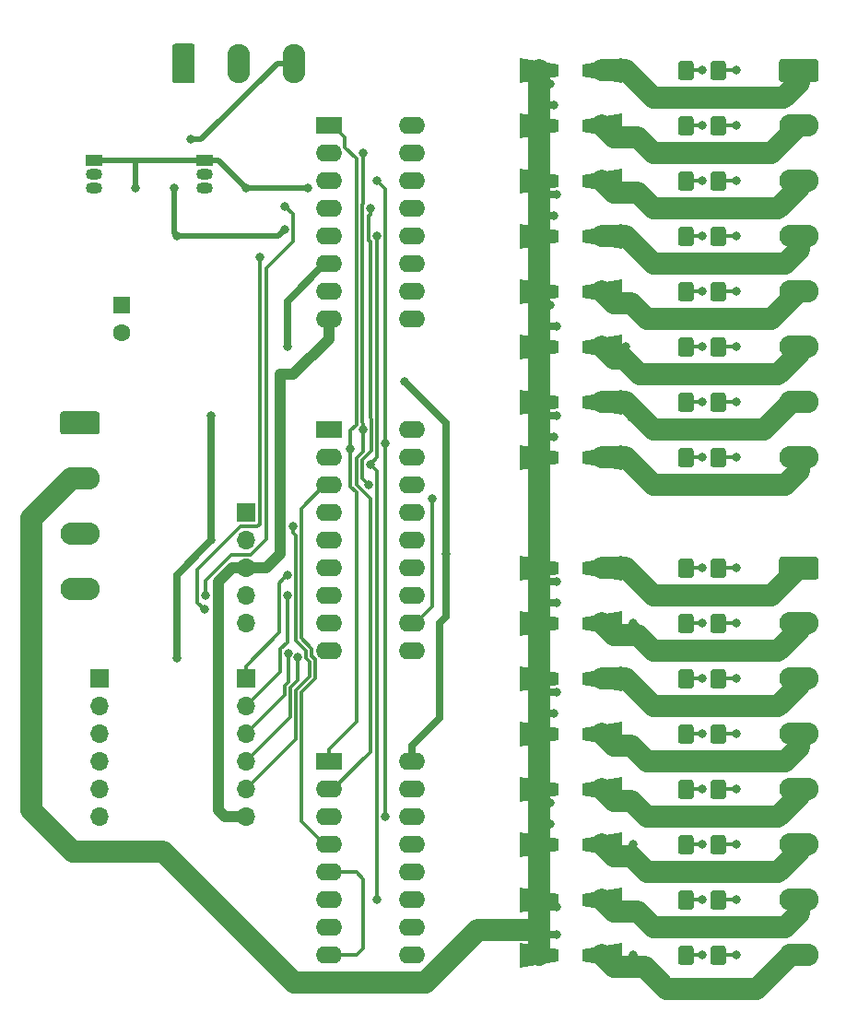
<source format=gbr>
G04 #@! TF.GenerationSoftware,KiCad,Pcbnew,(5.99.0-434-g6ad8b170c)*
G04 #@! TF.CreationDate,2019-12-07T15:10:00-08:00*
G04 #@! TF.ProjectId,R_Switch,525f5377-6974-4636-982e-6b696361645f,A*
G04 #@! TF.SameCoordinates,Original*
G04 #@! TF.FileFunction,Copper,L2,Bot*
G04 #@! TF.FilePolarity,Positive*
%FSLAX46Y46*%
G04 Gerber Fmt 4.6, Leading zero omitted, Abs format (unit mm)*
G04 Created by KiCad (PCBNEW (5.99.0-434-g6ad8b170c)) date 2019-12-07 15:10:00*
%MOMM*%
%LPD*%
G04 APERTURE LIST*
%ADD10R,1.500000X1.050000*%
%ADD11O,1.500000X1.050000*%
%ADD12O,2.080000X3.600000*%
%ADD13O,2.400000X1.600000*%
%ADD14R,2.400000X1.600000*%
%ADD15O,3.600000X2.080000*%
%ADD16O,1.700000X1.700000*%
%ADD17R,1.700000X1.700000*%
%ADD18C,1.600000*%
%ADD19R,1.600000X1.600000*%
%ADD20C,0.800000*%
%ADD21C,0.304800*%
%ADD22C,2.032000*%
%ADD23C,0.635000*%
%ADD24C,1.016000*%
%ADD25C,0.508000*%
G04 APERTURE END LIST*
D10*
X97155000Y-52070000D03*
D11*
X97155000Y-54610000D03*
X97155000Y-53340000D03*
D10*
X86995000Y-52070000D03*
D11*
X86995000Y-54610000D03*
X86995000Y-53340000D03*
D12*
X105410000Y-43180000D03*
X100330000Y-43180000D03*
G04 #@! TA.AperFunction,ComponentPad*
G36*
X96135671Y-41399030D02*
G01*
X96216777Y-41453223D01*
X96270970Y-41534329D01*
X96290000Y-41629999D01*
X96290000Y-44730001D01*
X96270970Y-44825671D01*
X96216777Y-44906777D01*
X96135671Y-44960970D01*
X96040001Y-44980000D01*
X94459999Y-44980000D01*
X94364329Y-44960970D01*
X94283223Y-44906777D01*
X94229030Y-44825671D01*
X94210000Y-44730001D01*
X94210000Y-41629999D01*
X94229030Y-41534329D01*
X94283223Y-41453223D01*
X94364329Y-41399030D01*
X94459999Y-41380000D01*
X96040001Y-41380000D01*
X96135671Y-41399030D01*
G37*
G04 #@! TD.AperFunction*
D13*
X116205000Y-107315000D03*
X108585000Y-125095000D03*
X116205000Y-109855000D03*
X108585000Y-122555000D03*
X116205000Y-112395000D03*
X108585000Y-120015000D03*
X116205000Y-114935000D03*
X108585000Y-117475000D03*
X116205000Y-117475000D03*
X108585000Y-114935000D03*
X116205000Y-120015000D03*
X108585000Y-112395000D03*
X116205000Y-122555000D03*
X108585000Y-109855000D03*
X116205000Y-125095000D03*
D14*
X108585000Y-107315000D03*
D13*
X116205000Y-48895000D03*
X108585000Y-66675000D03*
X116205000Y-51435000D03*
X108585000Y-64135000D03*
X116205000Y-53975000D03*
X108585000Y-61595000D03*
X116205000Y-56515000D03*
X108585000Y-59055000D03*
X116205000Y-59055000D03*
X108585000Y-56515000D03*
X116205000Y-61595000D03*
X108585000Y-53975000D03*
X116205000Y-64135000D03*
X108585000Y-51435000D03*
X116205000Y-66675000D03*
D14*
X108585000Y-48895000D03*
D13*
X116205000Y-76835000D03*
X108585000Y-97155000D03*
X116205000Y-79375000D03*
X108585000Y-94615000D03*
X116205000Y-81915000D03*
X108585000Y-92075000D03*
X116205000Y-84455000D03*
X108585000Y-89535000D03*
X116205000Y-86995000D03*
X108585000Y-86995000D03*
X116205000Y-89535000D03*
X108585000Y-84455000D03*
X116205000Y-92075000D03*
X108585000Y-81915000D03*
X116205000Y-94615000D03*
X108585000Y-79375000D03*
X116205000Y-97155000D03*
D14*
X108585000Y-76835000D03*
D15*
X151765000Y-79375000D03*
X151765000Y-74295000D03*
X151765000Y-69215000D03*
X151765000Y-64135000D03*
X151765000Y-59055000D03*
X151765000Y-53975000D03*
X151765000Y-48895000D03*
G04 #@! TA.AperFunction,ComponentPad*
G36*
X153410671Y-42794030D02*
G01*
X153491777Y-42848223D01*
X153545970Y-42929329D01*
X153565000Y-43024999D01*
X153565000Y-44605001D01*
X153545970Y-44700671D01*
X153491777Y-44781777D01*
X153410671Y-44835970D01*
X153315001Y-44855000D01*
X150214999Y-44855000D01*
X150119329Y-44835970D01*
X150038223Y-44781777D01*
X149984030Y-44700671D01*
X149965000Y-44605001D01*
X149965000Y-43024999D01*
X149984030Y-42929329D01*
X150038223Y-42848223D01*
X150119329Y-42794030D01*
X150214999Y-42775000D01*
X153315001Y-42775000D01*
X153410671Y-42794030D01*
G37*
G04 #@! TD.AperFunction*
X151765000Y-125095000D03*
X151765000Y-120015000D03*
X151765000Y-114935000D03*
X151765000Y-109855000D03*
X151765000Y-104775000D03*
X151765000Y-99695000D03*
X151765000Y-94615000D03*
G04 #@! TA.AperFunction,ComponentPad*
G36*
X153410671Y-88514030D02*
G01*
X153491777Y-88568223D01*
X153545970Y-88649329D01*
X153565000Y-88744999D01*
X153565000Y-90325001D01*
X153545970Y-90420671D01*
X153491777Y-90501777D01*
X153410671Y-90555970D01*
X153315001Y-90575000D01*
X150214999Y-90575000D01*
X150119329Y-90555970D01*
X150038223Y-90501777D01*
X149984030Y-90420671D01*
X149965000Y-90325001D01*
X149965000Y-88744999D01*
X149984030Y-88649329D01*
X150038223Y-88568223D01*
X150119329Y-88514030D01*
X150214999Y-88495000D01*
X153315001Y-88495000D01*
X153410671Y-88514030D01*
G37*
G04 #@! TD.AperFunction*
D16*
X100965000Y-94615000D03*
X100965000Y-92075000D03*
X100965000Y-89535000D03*
X100965000Y-86995000D03*
D17*
X100965000Y-84455000D03*
D16*
X87525225Y-112395000D03*
X87525225Y-109855000D03*
X87525225Y-107315000D03*
X87525225Y-104775000D03*
X87525225Y-102235000D03*
D17*
X87525225Y-99695000D03*
D16*
X100965000Y-112395000D03*
X100965000Y-109855000D03*
X100965000Y-107315000D03*
X100965000Y-104775000D03*
X100965000Y-102235000D03*
D17*
X100965000Y-99695000D03*
D15*
X85725000Y-91440000D03*
X85725000Y-86360000D03*
X85725000Y-81280000D03*
G04 #@! TA.AperFunction,ComponentPad*
G36*
X87370671Y-75179030D02*
G01*
X87451777Y-75233223D01*
X87505970Y-75314329D01*
X87525000Y-75409999D01*
X87525000Y-76990001D01*
X87505970Y-77085671D01*
X87451777Y-77166777D01*
X87370671Y-77220970D01*
X87275001Y-77240000D01*
X84174999Y-77240000D01*
X84079329Y-77220970D01*
X83998223Y-77166777D01*
X83944030Y-77085671D01*
X83925000Y-76990001D01*
X83925000Y-75409999D01*
X83944030Y-75314329D01*
X83998223Y-75233223D01*
X84079329Y-75179030D01*
X84174999Y-75160000D01*
X87275001Y-75160000D01*
X87370671Y-75179030D01*
G37*
G04 #@! TD.AperFunction*
G04 #@! TA.AperFunction,SMDPad,CuDef*
G36*
X126110000Y-80525000D02*
G01*
X126110000Y-78225000D01*
X129710000Y-78825000D01*
X129710000Y-79925000D01*
X126110000Y-80525000D01*
G37*
G04 #@! TD.AperFunction*
G04 #@! TA.AperFunction,SMDPad,CuDef*
G36*
X135510000Y-78225000D02*
G01*
X135510000Y-80525000D01*
X131910000Y-79925000D01*
X131910000Y-78825000D01*
X135510000Y-78225000D01*
G37*
G04 #@! TD.AperFunction*
G04 #@! TA.AperFunction,SMDPad,CuDef*
G36*
X126110000Y-75445000D02*
G01*
X126110000Y-73145000D01*
X129710000Y-73745000D01*
X129710000Y-74845000D01*
X126110000Y-75445000D01*
G37*
G04 #@! TD.AperFunction*
G04 #@! TA.AperFunction,SMDPad,CuDef*
G36*
X135510000Y-73145000D02*
G01*
X135510000Y-75445000D01*
X131910000Y-74845000D01*
X131910000Y-73745000D01*
X135510000Y-73145000D01*
G37*
G04 #@! TD.AperFunction*
G04 #@! TA.AperFunction,SMDPad,CuDef*
G36*
X126110000Y-70365000D02*
G01*
X126110000Y-68065000D01*
X129710000Y-68665000D01*
X129710000Y-69765000D01*
X126110000Y-70365000D01*
G37*
G04 #@! TD.AperFunction*
G04 #@! TA.AperFunction,SMDPad,CuDef*
G36*
X135510000Y-68065000D02*
G01*
X135510000Y-70365000D01*
X131910000Y-69765000D01*
X131910000Y-68665000D01*
X135510000Y-68065000D01*
G37*
G04 #@! TD.AperFunction*
G04 #@! TA.AperFunction,SMDPad,CuDef*
G36*
X126110000Y-65285000D02*
G01*
X126110000Y-62985000D01*
X129710000Y-63585000D01*
X129710000Y-64685000D01*
X126110000Y-65285000D01*
G37*
G04 #@! TD.AperFunction*
G04 #@! TA.AperFunction,SMDPad,CuDef*
G36*
X135510000Y-62985000D02*
G01*
X135510000Y-65285000D01*
X131910000Y-64685000D01*
X131910000Y-63585000D01*
X135510000Y-62985000D01*
G37*
G04 #@! TD.AperFunction*
G04 #@! TA.AperFunction,SMDPad,CuDef*
G36*
X126110000Y-60205000D02*
G01*
X126110000Y-57905000D01*
X129710000Y-58505000D01*
X129710000Y-59605000D01*
X126110000Y-60205000D01*
G37*
G04 #@! TD.AperFunction*
G04 #@! TA.AperFunction,SMDPad,CuDef*
G36*
X135510000Y-57905000D02*
G01*
X135510000Y-60205000D01*
X131910000Y-59605000D01*
X131910000Y-58505000D01*
X135510000Y-57905000D01*
G37*
G04 #@! TD.AperFunction*
G04 #@! TA.AperFunction,SMDPad,CuDef*
G36*
X126110000Y-55125000D02*
G01*
X126110000Y-52825000D01*
X129710000Y-53425000D01*
X129710000Y-54525000D01*
X126110000Y-55125000D01*
G37*
G04 #@! TD.AperFunction*
G04 #@! TA.AperFunction,SMDPad,CuDef*
G36*
X135510000Y-52825000D02*
G01*
X135510000Y-55125000D01*
X131910000Y-54525000D01*
X131910000Y-53425000D01*
X135510000Y-52825000D01*
G37*
G04 #@! TD.AperFunction*
G04 #@! TA.AperFunction,SMDPad,CuDef*
G36*
X126110000Y-50045000D02*
G01*
X126110000Y-47745000D01*
X129710000Y-48345000D01*
X129710000Y-49445000D01*
X126110000Y-50045000D01*
G37*
G04 #@! TD.AperFunction*
G04 #@! TA.AperFunction,SMDPad,CuDef*
G36*
X135510000Y-47745000D02*
G01*
X135510000Y-50045000D01*
X131910000Y-49445000D01*
X131910000Y-48345000D01*
X135510000Y-47745000D01*
G37*
G04 #@! TD.AperFunction*
G04 #@! TA.AperFunction,SMDPad,CuDef*
G36*
X126110000Y-44965000D02*
G01*
X126110000Y-42665000D01*
X129710000Y-43265000D01*
X129710000Y-44365000D01*
X126110000Y-44965000D01*
G37*
G04 #@! TD.AperFunction*
G04 #@! TA.AperFunction,SMDPad,CuDef*
G36*
X135510000Y-42665000D02*
G01*
X135510000Y-44965000D01*
X131910000Y-44365000D01*
X131910000Y-43265000D01*
X135510000Y-42665000D01*
G37*
G04 #@! TD.AperFunction*
G04 #@! TA.AperFunction,SMDPad,CuDef*
G36*
X141945671Y-78519030D02*
G01*
X142026777Y-78573223D01*
X142080970Y-78654329D01*
X142100000Y-78750000D01*
X142100000Y-80000000D01*
X142080970Y-80095671D01*
X142026777Y-80176777D01*
X141945671Y-80230970D01*
X141850000Y-80250000D01*
X140925000Y-80250000D01*
X140829329Y-80230970D01*
X140748223Y-80176777D01*
X140694030Y-80095671D01*
X140675000Y-80000000D01*
X140675000Y-78750000D01*
X140694030Y-78654329D01*
X140748223Y-78573223D01*
X140829329Y-78519030D01*
X140925000Y-78500000D01*
X141850000Y-78500000D01*
X141945671Y-78519030D01*
G37*
G04 #@! TD.AperFunction*
G04 #@! TA.AperFunction,SMDPad,CuDef*
G36*
X144920671Y-78519030D02*
G01*
X145001777Y-78573223D01*
X145055970Y-78654329D01*
X145075000Y-78750000D01*
X145075000Y-80000000D01*
X145055970Y-80095671D01*
X145001777Y-80176777D01*
X144920671Y-80230970D01*
X144825000Y-80250000D01*
X143900000Y-80250000D01*
X143804329Y-80230970D01*
X143723223Y-80176777D01*
X143669030Y-80095671D01*
X143650000Y-80000000D01*
X143650000Y-78750000D01*
X143669030Y-78654329D01*
X143723223Y-78573223D01*
X143804329Y-78519030D01*
X143900000Y-78500000D01*
X144825000Y-78500000D01*
X144920671Y-78519030D01*
G37*
G04 #@! TD.AperFunction*
G04 #@! TA.AperFunction,SMDPad,CuDef*
G36*
X141945671Y-73439030D02*
G01*
X142026777Y-73493223D01*
X142080970Y-73574329D01*
X142100000Y-73670000D01*
X142100000Y-74920000D01*
X142080970Y-75015671D01*
X142026777Y-75096777D01*
X141945671Y-75150970D01*
X141850000Y-75170000D01*
X140925000Y-75170000D01*
X140829329Y-75150970D01*
X140748223Y-75096777D01*
X140694030Y-75015671D01*
X140675000Y-74920000D01*
X140675000Y-73670000D01*
X140694030Y-73574329D01*
X140748223Y-73493223D01*
X140829329Y-73439030D01*
X140925000Y-73420000D01*
X141850000Y-73420000D01*
X141945671Y-73439030D01*
G37*
G04 #@! TD.AperFunction*
G04 #@! TA.AperFunction,SMDPad,CuDef*
G36*
X144920671Y-73439030D02*
G01*
X145001777Y-73493223D01*
X145055970Y-73574329D01*
X145075000Y-73670000D01*
X145075000Y-74920000D01*
X145055970Y-75015671D01*
X145001777Y-75096777D01*
X144920671Y-75150970D01*
X144825000Y-75170000D01*
X143900000Y-75170000D01*
X143804329Y-75150970D01*
X143723223Y-75096777D01*
X143669030Y-75015671D01*
X143650000Y-74920000D01*
X143650000Y-73670000D01*
X143669030Y-73574329D01*
X143723223Y-73493223D01*
X143804329Y-73439030D01*
X143900000Y-73420000D01*
X144825000Y-73420000D01*
X144920671Y-73439030D01*
G37*
G04 #@! TD.AperFunction*
G04 #@! TA.AperFunction,SMDPad,CuDef*
G36*
X141945671Y-68359030D02*
G01*
X142026777Y-68413223D01*
X142080970Y-68494329D01*
X142100000Y-68590000D01*
X142100000Y-69840000D01*
X142080970Y-69935671D01*
X142026777Y-70016777D01*
X141945671Y-70070970D01*
X141850000Y-70090000D01*
X140925000Y-70090000D01*
X140829329Y-70070970D01*
X140748223Y-70016777D01*
X140694030Y-69935671D01*
X140675000Y-69840000D01*
X140675000Y-68590000D01*
X140694030Y-68494329D01*
X140748223Y-68413223D01*
X140829329Y-68359030D01*
X140925000Y-68340000D01*
X141850000Y-68340000D01*
X141945671Y-68359030D01*
G37*
G04 #@! TD.AperFunction*
G04 #@! TA.AperFunction,SMDPad,CuDef*
G36*
X144920671Y-68359030D02*
G01*
X145001777Y-68413223D01*
X145055970Y-68494329D01*
X145075000Y-68590000D01*
X145075000Y-69840000D01*
X145055970Y-69935671D01*
X145001777Y-70016777D01*
X144920671Y-70070970D01*
X144825000Y-70090000D01*
X143900000Y-70090000D01*
X143804329Y-70070970D01*
X143723223Y-70016777D01*
X143669030Y-69935671D01*
X143650000Y-69840000D01*
X143650000Y-68590000D01*
X143669030Y-68494329D01*
X143723223Y-68413223D01*
X143804329Y-68359030D01*
X143900000Y-68340000D01*
X144825000Y-68340000D01*
X144920671Y-68359030D01*
G37*
G04 #@! TD.AperFunction*
G04 #@! TA.AperFunction,SMDPad,CuDef*
G36*
X141945671Y-63279030D02*
G01*
X142026777Y-63333223D01*
X142080970Y-63414329D01*
X142100000Y-63510000D01*
X142100000Y-64760000D01*
X142080970Y-64855671D01*
X142026777Y-64936777D01*
X141945671Y-64990970D01*
X141850000Y-65010000D01*
X140925000Y-65010000D01*
X140829329Y-64990970D01*
X140748223Y-64936777D01*
X140694030Y-64855671D01*
X140675000Y-64760000D01*
X140675000Y-63510000D01*
X140694030Y-63414329D01*
X140748223Y-63333223D01*
X140829329Y-63279030D01*
X140925000Y-63260000D01*
X141850000Y-63260000D01*
X141945671Y-63279030D01*
G37*
G04 #@! TD.AperFunction*
G04 #@! TA.AperFunction,SMDPad,CuDef*
G36*
X144920671Y-63279030D02*
G01*
X145001777Y-63333223D01*
X145055970Y-63414329D01*
X145075000Y-63510000D01*
X145075000Y-64760000D01*
X145055970Y-64855671D01*
X145001777Y-64936777D01*
X144920671Y-64990970D01*
X144825000Y-65010000D01*
X143900000Y-65010000D01*
X143804329Y-64990970D01*
X143723223Y-64936777D01*
X143669030Y-64855671D01*
X143650000Y-64760000D01*
X143650000Y-63510000D01*
X143669030Y-63414329D01*
X143723223Y-63333223D01*
X143804329Y-63279030D01*
X143900000Y-63260000D01*
X144825000Y-63260000D01*
X144920671Y-63279030D01*
G37*
G04 #@! TD.AperFunction*
G04 #@! TA.AperFunction,SMDPad,CuDef*
G36*
X141945671Y-58199030D02*
G01*
X142026777Y-58253223D01*
X142080970Y-58334329D01*
X142100000Y-58430000D01*
X142100000Y-59680000D01*
X142080970Y-59775671D01*
X142026777Y-59856777D01*
X141945671Y-59910970D01*
X141850000Y-59930000D01*
X140925000Y-59930000D01*
X140829329Y-59910970D01*
X140748223Y-59856777D01*
X140694030Y-59775671D01*
X140675000Y-59680000D01*
X140675000Y-58430000D01*
X140694030Y-58334329D01*
X140748223Y-58253223D01*
X140829329Y-58199030D01*
X140925000Y-58180000D01*
X141850000Y-58180000D01*
X141945671Y-58199030D01*
G37*
G04 #@! TD.AperFunction*
G04 #@! TA.AperFunction,SMDPad,CuDef*
G36*
X144920671Y-58199030D02*
G01*
X145001777Y-58253223D01*
X145055970Y-58334329D01*
X145075000Y-58430000D01*
X145075000Y-59680000D01*
X145055970Y-59775671D01*
X145001777Y-59856777D01*
X144920671Y-59910970D01*
X144825000Y-59930000D01*
X143900000Y-59930000D01*
X143804329Y-59910970D01*
X143723223Y-59856777D01*
X143669030Y-59775671D01*
X143650000Y-59680000D01*
X143650000Y-58430000D01*
X143669030Y-58334329D01*
X143723223Y-58253223D01*
X143804329Y-58199030D01*
X143900000Y-58180000D01*
X144825000Y-58180000D01*
X144920671Y-58199030D01*
G37*
G04 #@! TD.AperFunction*
G04 #@! TA.AperFunction,SMDPad,CuDef*
G36*
X141945671Y-53119030D02*
G01*
X142026777Y-53173223D01*
X142080970Y-53254329D01*
X142100000Y-53350000D01*
X142100000Y-54600000D01*
X142080970Y-54695671D01*
X142026777Y-54776777D01*
X141945671Y-54830970D01*
X141850000Y-54850000D01*
X140925000Y-54850000D01*
X140829329Y-54830970D01*
X140748223Y-54776777D01*
X140694030Y-54695671D01*
X140675000Y-54600000D01*
X140675000Y-53350000D01*
X140694030Y-53254329D01*
X140748223Y-53173223D01*
X140829329Y-53119030D01*
X140925000Y-53100000D01*
X141850000Y-53100000D01*
X141945671Y-53119030D01*
G37*
G04 #@! TD.AperFunction*
G04 #@! TA.AperFunction,SMDPad,CuDef*
G36*
X144920671Y-53119030D02*
G01*
X145001777Y-53173223D01*
X145055970Y-53254329D01*
X145075000Y-53350000D01*
X145075000Y-54600000D01*
X145055970Y-54695671D01*
X145001777Y-54776777D01*
X144920671Y-54830970D01*
X144825000Y-54850000D01*
X143900000Y-54850000D01*
X143804329Y-54830970D01*
X143723223Y-54776777D01*
X143669030Y-54695671D01*
X143650000Y-54600000D01*
X143650000Y-53350000D01*
X143669030Y-53254329D01*
X143723223Y-53173223D01*
X143804329Y-53119030D01*
X143900000Y-53100000D01*
X144825000Y-53100000D01*
X144920671Y-53119030D01*
G37*
G04 #@! TD.AperFunction*
G04 #@! TA.AperFunction,SMDPad,CuDef*
G36*
X141945671Y-48039030D02*
G01*
X142026777Y-48093223D01*
X142080970Y-48174329D01*
X142100000Y-48270000D01*
X142100000Y-49520000D01*
X142080970Y-49615671D01*
X142026777Y-49696777D01*
X141945671Y-49750970D01*
X141850000Y-49770000D01*
X140925000Y-49770000D01*
X140829329Y-49750970D01*
X140748223Y-49696777D01*
X140694030Y-49615671D01*
X140675000Y-49520000D01*
X140675000Y-48270000D01*
X140694030Y-48174329D01*
X140748223Y-48093223D01*
X140829329Y-48039030D01*
X140925000Y-48020000D01*
X141850000Y-48020000D01*
X141945671Y-48039030D01*
G37*
G04 #@! TD.AperFunction*
G04 #@! TA.AperFunction,SMDPad,CuDef*
G36*
X144920671Y-48039030D02*
G01*
X145001777Y-48093223D01*
X145055970Y-48174329D01*
X145075000Y-48270000D01*
X145075000Y-49520000D01*
X145055970Y-49615671D01*
X145001777Y-49696777D01*
X144920671Y-49750970D01*
X144825000Y-49770000D01*
X143900000Y-49770000D01*
X143804329Y-49750970D01*
X143723223Y-49696777D01*
X143669030Y-49615671D01*
X143650000Y-49520000D01*
X143650000Y-48270000D01*
X143669030Y-48174329D01*
X143723223Y-48093223D01*
X143804329Y-48039030D01*
X143900000Y-48020000D01*
X144825000Y-48020000D01*
X144920671Y-48039030D01*
G37*
G04 #@! TD.AperFunction*
G04 #@! TA.AperFunction,SMDPad,CuDef*
G36*
X141945671Y-42959030D02*
G01*
X142026777Y-43013223D01*
X142080970Y-43094329D01*
X142100000Y-43190000D01*
X142100000Y-44440000D01*
X142080970Y-44535671D01*
X142026777Y-44616777D01*
X141945671Y-44670970D01*
X141850000Y-44690000D01*
X140925000Y-44690000D01*
X140829329Y-44670970D01*
X140748223Y-44616777D01*
X140694030Y-44535671D01*
X140675000Y-44440000D01*
X140675000Y-43190000D01*
X140694030Y-43094329D01*
X140748223Y-43013223D01*
X140829329Y-42959030D01*
X140925000Y-42940000D01*
X141850000Y-42940000D01*
X141945671Y-42959030D01*
G37*
G04 #@! TD.AperFunction*
G04 #@! TA.AperFunction,SMDPad,CuDef*
G36*
X144920671Y-42959030D02*
G01*
X145001777Y-43013223D01*
X145055970Y-43094329D01*
X145075000Y-43190000D01*
X145075000Y-44440000D01*
X145055970Y-44535671D01*
X145001777Y-44616777D01*
X144920671Y-44670970D01*
X144825000Y-44690000D01*
X143900000Y-44690000D01*
X143804329Y-44670970D01*
X143723223Y-44616777D01*
X143669030Y-44535671D01*
X143650000Y-44440000D01*
X143650000Y-43190000D01*
X143669030Y-43094329D01*
X143723223Y-43013223D01*
X143804329Y-42959030D01*
X143900000Y-42940000D01*
X144825000Y-42940000D01*
X144920671Y-42959030D01*
G37*
G04 #@! TD.AperFunction*
G04 #@! TA.AperFunction,SMDPad,CuDef*
G36*
X126110000Y-126245000D02*
G01*
X126110000Y-123945000D01*
X129710000Y-124545000D01*
X129710000Y-125645000D01*
X126110000Y-126245000D01*
G37*
G04 #@! TD.AperFunction*
G04 #@! TA.AperFunction,SMDPad,CuDef*
G36*
X135510000Y-123945000D02*
G01*
X135510000Y-126245000D01*
X131910000Y-125645000D01*
X131910000Y-124545000D01*
X135510000Y-123945000D01*
G37*
G04 #@! TD.AperFunction*
G04 #@! TA.AperFunction,SMDPad,CuDef*
G36*
X126110000Y-121165000D02*
G01*
X126110000Y-118865000D01*
X129710000Y-119465000D01*
X129710000Y-120565000D01*
X126110000Y-121165000D01*
G37*
G04 #@! TD.AperFunction*
G04 #@! TA.AperFunction,SMDPad,CuDef*
G36*
X135510000Y-118865000D02*
G01*
X135510000Y-121165000D01*
X131910000Y-120565000D01*
X131910000Y-119465000D01*
X135510000Y-118865000D01*
G37*
G04 #@! TD.AperFunction*
G04 #@! TA.AperFunction,SMDPad,CuDef*
G36*
X126110000Y-116085000D02*
G01*
X126110000Y-113785000D01*
X129710000Y-114385000D01*
X129710000Y-115485000D01*
X126110000Y-116085000D01*
G37*
G04 #@! TD.AperFunction*
G04 #@! TA.AperFunction,SMDPad,CuDef*
G36*
X135510000Y-113785000D02*
G01*
X135510000Y-116085000D01*
X131910000Y-115485000D01*
X131910000Y-114385000D01*
X135510000Y-113785000D01*
G37*
G04 #@! TD.AperFunction*
G04 #@! TA.AperFunction,SMDPad,CuDef*
G36*
X126110000Y-111005000D02*
G01*
X126110000Y-108705000D01*
X129710000Y-109305000D01*
X129710000Y-110405000D01*
X126110000Y-111005000D01*
G37*
G04 #@! TD.AperFunction*
G04 #@! TA.AperFunction,SMDPad,CuDef*
G36*
X135510000Y-108705000D02*
G01*
X135510000Y-111005000D01*
X131910000Y-110405000D01*
X131910000Y-109305000D01*
X135510000Y-108705000D01*
G37*
G04 #@! TD.AperFunction*
G04 #@! TA.AperFunction,SMDPad,CuDef*
G36*
X126110000Y-105925000D02*
G01*
X126110000Y-103625000D01*
X129710000Y-104225000D01*
X129710000Y-105325000D01*
X126110000Y-105925000D01*
G37*
G04 #@! TD.AperFunction*
G04 #@! TA.AperFunction,SMDPad,CuDef*
G36*
X135510000Y-103625000D02*
G01*
X135510000Y-105925000D01*
X131910000Y-105325000D01*
X131910000Y-104225000D01*
X135510000Y-103625000D01*
G37*
G04 #@! TD.AperFunction*
G04 #@! TA.AperFunction,SMDPad,CuDef*
G36*
X126110000Y-100845000D02*
G01*
X126110000Y-98545000D01*
X129710000Y-99145000D01*
X129710000Y-100245000D01*
X126110000Y-100845000D01*
G37*
G04 #@! TD.AperFunction*
G04 #@! TA.AperFunction,SMDPad,CuDef*
G36*
X135510000Y-98545000D02*
G01*
X135510000Y-100845000D01*
X131910000Y-100245000D01*
X131910000Y-99145000D01*
X135510000Y-98545000D01*
G37*
G04 #@! TD.AperFunction*
G04 #@! TA.AperFunction,SMDPad,CuDef*
G36*
X126110000Y-95765000D02*
G01*
X126110000Y-93465000D01*
X129710000Y-94065000D01*
X129710000Y-95165000D01*
X126110000Y-95765000D01*
G37*
G04 #@! TD.AperFunction*
G04 #@! TA.AperFunction,SMDPad,CuDef*
G36*
X135510000Y-93465000D02*
G01*
X135510000Y-95765000D01*
X131910000Y-95165000D01*
X131910000Y-94065000D01*
X135510000Y-93465000D01*
G37*
G04 #@! TD.AperFunction*
G04 #@! TA.AperFunction,SMDPad,CuDef*
G36*
X126110000Y-90685000D02*
G01*
X126110000Y-88385000D01*
X129710000Y-88985000D01*
X129710000Y-90085000D01*
X126110000Y-90685000D01*
G37*
G04 #@! TD.AperFunction*
G04 #@! TA.AperFunction,SMDPad,CuDef*
G36*
X135510000Y-88385000D02*
G01*
X135510000Y-90685000D01*
X131910000Y-90085000D01*
X131910000Y-88985000D01*
X135510000Y-88385000D01*
G37*
G04 #@! TD.AperFunction*
G04 #@! TA.AperFunction,SMDPad,CuDef*
G36*
X141945671Y-124239030D02*
G01*
X142026777Y-124293223D01*
X142080970Y-124374329D01*
X142100000Y-124470000D01*
X142100000Y-125720000D01*
X142080970Y-125815671D01*
X142026777Y-125896777D01*
X141945671Y-125950970D01*
X141850000Y-125970000D01*
X140925000Y-125970000D01*
X140829329Y-125950970D01*
X140748223Y-125896777D01*
X140694030Y-125815671D01*
X140675000Y-125720000D01*
X140675000Y-124470000D01*
X140694030Y-124374329D01*
X140748223Y-124293223D01*
X140829329Y-124239030D01*
X140925000Y-124220000D01*
X141850000Y-124220000D01*
X141945671Y-124239030D01*
G37*
G04 #@! TD.AperFunction*
G04 #@! TA.AperFunction,SMDPad,CuDef*
G36*
X144920671Y-124239030D02*
G01*
X145001777Y-124293223D01*
X145055970Y-124374329D01*
X145075000Y-124470000D01*
X145075000Y-125720000D01*
X145055970Y-125815671D01*
X145001777Y-125896777D01*
X144920671Y-125950970D01*
X144825000Y-125970000D01*
X143900000Y-125970000D01*
X143804329Y-125950970D01*
X143723223Y-125896777D01*
X143669030Y-125815671D01*
X143650000Y-125720000D01*
X143650000Y-124470000D01*
X143669030Y-124374329D01*
X143723223Y-124293223D01*
X143804329Y-124239030D01*
X143900000Y-124220000D01*
X144825000Y-124220000D01*
X144920671Y-124239030D01*
G37*
G04 #@! TD.AperFunction*
G04 #@! TA.AperFunction,SMDPad,CuDef*
G36*
X141945671Y-119159030D02*
G01*
X142026777Y-119213223D01*
X142080970Y-119294329D01*
X142100000Y-119390000D01*
X142100000Y-120640000D01*
X142080970Y-120735671D01*
X142026777Y-120816777D01*
X141945671Y-120870970D01*
X141850000Y-120890000D01*
X140925000Y-120890000D01*
X140829329Y-120870970D01*
X140748223Y-120816777D01*
X140694030Y-120735671D01*
X140675000Y-120640000D01*
X140675000Y-119390000D01*
X140694030Y-119294329D01*
X140748223Y-119213223D01*
X140829329Y-119159030D01*
X140925000Y-119140000D01*
X141850000Y-119140000D01*
X141945671Y-119159030D01*
G37*
G04 #@! TD.AperFunction*
G04 #@! TA.AperFunction,SMDPad,CuDef*
G36*
X144920671Y-119159030D02*
G01*
X145001777Y-119213223D01*
X145055970Y-119294329D01*
X145075000Y-119390000D01*
X145075000Y-120640000D01*
X145055970Y-120735671D01*
X145001777Y-120816777D01*
X144920671Y-120870970D01*
X144825000Y-120890000D01*
X143900000Y-120890000D01*
X143804329Y-120870970D01*
X143723223Y-120816777D01*
X143669030Y-120735671D01*
X143650000Y-120640000D01*
X143650000Y-119390000D01*
X143669030Y-119294329D01*
X143723223Y-119213223D01*
X143804329Y-119159030D01*
X143900000Y-119140000D01*
X144825000Y-119140000D01*
X144920671Y-119159030D01*
G37*
G04 #@! TD.AperFunction*
G04 #@! TA.AperFunction,SMDPad,CuDef*
G36*
X141945671Y-114079030D02*
G01*
X142026777Y-114133223D01*
X142080970Y-114214329D01*
X142100000Y-114310000D01*
X142100000Y-115560000D01*
X142080970Y-115655671D01*
X142026777Y-115736777D01*
X141945671Y-115790970D01*
X141850000Y-115810000D01*
X140925000Y-115810000D01*
X140829329Y-115790970D01*
X140748223Y-115736777D01*
X140694030Y-115655671D01*
X140675000Y-115560000D01*
X140675000Y-114310000D01*
X140694030Y-114214329D01*
X140748223Y-114133223D01*
X140829329Y-114079030D01*
X140925000Y-114060000D01*
X141850000Y-114060000D01*
X141945671Y-114079030D01*
G37*
G04 #@! TD.AperFunction*
G04 #@! TA.AperFunction,SMDPad,CuDef*
G36*
X144920671Y-114079030D02*
G01*
X145001777Y-114133223D01*
X145055970Y-114214329D01*
X145075000Y-114310000D01*
X145075000Y-115560000D01*
X145055970Y-115655671D01*
X145001777Y-115736777D01*
X144920671Y-115790970D01*
X144825000Y-115810000D01*
X143900000Y-115810000D01*
X143804329Y-115790970D01*
X143723223Y-115736777D01*
X143669030Y-115655671D01*
X143650000Y-115560000D01*
X143650000Y-114310000D01*
X143669030Y-114214329D01*
X143723223Y-114133223D01*
X143804329Y-114079030D01*
X143900000Y-114060000D01*
X144825000Y-114060000D01*
X144920671Y-114079030D01*
G37*
G04 #@! TD.AperFunction*
G04 #@! TA.AperFunction,SMDPad,CuDef*
G36*
X141945671Y-108999030D02*
G01*
X142026777Y-109053223D01*
X142080970Y-109134329D01*
X142100000Y-109230000D01*
X142100000Y-110480000D01*
X142080970Y-110575671D01*
X142026777Y-110656777D01*
X141945671Y-110710970D01*
X141850000Y-110730000D01*
X140925000Y-110730000D01*
X140829329Y-110710970D01*
X140748223Y-110656777D01*
X140694030Y-110575671D01*
X140675000Y-110480000D01*
X140675000Y-109230000D01*
X140694030Y-109134329D01*
X140748223Y-109053223D01*
X140829329Y-108999030D01*
X140925000Y-108980000D01*
X141850000Y-108980000D01*
X141945671Y-108999030D01*
G37*
G04 #@! TD.AperFunction*
G04 #@! TA.AperFunction,SMDPad,CuDef*
G36*
X144920671Y-108999030D02*
G01*
X145001777Y-109053223D01*
X145055970Y-109134329D01*
X145075000Y-109230000D01*
X145075000Y-110480000D01*
X145055970Y-110575671D01*
X145001777Y-110656777D01*
X144920671Y-110710970D01*
X144825000Y-110730000D01*
X143900000Y-110730000D01*
X143804329Y-110710970D01*
X143723223Y-110656777D01*
X143669030Y-110575671D01*
X143650000Y-110480000D01*
X143650000Y-109230000D01*
X143669030Y-109134329D01*
X143723223Y-109053223D01*
X143804329Y-108999030D01*
X143900000Y-108980000D01*
X144825000Y-108980000D01*
X144920671Y-108999030D01*
G37*
G04 #@! TD.AperFunction*
G04 #@! TA.AperFunction,SMDPad,CuDef*
G36*
X141945671Y-103919030D02*
G01*
X142026777Y-103973223D01*
X142080970Y-104054329D01*
X142100000Y-104150000D01*
X142100000Y-105400000D01*
X142080970Y-105495671D01*
X142026777Y-105576777D01*
X141945671Y-105630970D01*
X141850000Y-105650000D01*
X140925000Y-105650000D01*
X140829329Y-105630970D01*
X140748223Y-105576777D01*
X140694030Y-105495671D01*
X140675000Y-105400000D01*
X140675000Y-104150000D01*
X140694030Y-104054329D01*
X140748223Y-103973223D01*
X140829329Y-103919030D01*
X140925000Y-103900000D01*
X141850000Y-103900000D01*
X141945671Y-103919030D01*
G37*
G04 #@! TD.AperFunction*
G04 #@! TA.AperFunction,SMDPad,CuDef*
G36*
X144920671Y-103919030D02*
G01*
X145001777Y-103973223D01*
X145055970Y-104054329D01*
X145075000Y-104150000D01*
X145075000Y-105400000D01*
X145055970Y-105495671D01*
X145001777Y-105576777D01*
X144920671Y-105630970D01*
X144825000Y-105650000D01*
X143900000Y-105650000D01*
X143804329Y-105630970D01*
X143723223Y-105576777D01*
X143669030Y-105495671D01*
X143650000Y-105400000D01*
X143650000Y-104150000D01*
X143669030Y-104054329D01*
X143723223Y-103973223D01*
X143804329Y-103919030D01*
X143900000Y-103900000D01*
X144825000Y-103900000D01*
X144920671Y-103919030D01*
G37*
G04 #@! TD.AperFunction*
G04 #@! TA.AperFunction,SMDPad,CuDef*
G36*
X141945671Y-98839030D02*
G01*
X142026777Y-98893223D01*
X142080970Y-98974329D01*
X142100000Y-99070000D01*
X142100000Y-100320000D01*
X142080970Y-100415671D01*
X142026777Y-100496777D01*
X141945671Y-100550970D01*
X141850000Y-100570000D01*
X140925000Y-100570000D01*
X140829329Y-100550970D01*
X140748223Y-100496777D01*
X140694030Y-100415671D01*
X140675000Y-100320000D01*
X140675000Y-99070000D01*
X140694030Y-98974329D01*
X140748223Y-98893223D01*
X140829329Y-98839030D01*
X140925000Y-98820000D01*
X141850000Y-98820000D01*
X141945671Y-98839030D01*
G37*
G04 #@! TD.AperFunction*
G04 #@! TA.AperFunction,SMDPad,CuDef*
G36*
X144920671Y-98839030D02*
G01*
X145001777Y-98893223D01*
X145055970Y-98974329D01*
X145075000Y-99070000D01*
X145075000Y-100320000D01*
X145055970Y-100415671D01*
X145001777Y-100496777D01*
X144920671Y-100550970D01*
X144825000Y-100570000D01*
X143900000Y-100570000D01*
X143804329Y-100550970D01*
X143723223Y-100496777D01*
X143669030Y-100415671D01*
X143650000Y-100320000D01*
X143650000Y-99070000D01*
X143669030Y-98974329D01*
X143723223Y-98893223D01*
X143804329Y-98839030D01*
X143900000Y-98820000D01*
X144825000Y-98820000D01*
X144920671Y-98839030D01*
G37*
G04 #@! TD.AperFunction*
G04 #@! TA.AperFunction,SMDPad,CuDef*
G36*
X141945671Y-93759030D02*
G01*
X142026777Y-93813223D01*
X142080970Y-93894329D01*
X142100000Y-93990000D01*
X142100000Y-95240000D01*
X142080970Y-95335671D01*
X142026777Y-95416777D01*
X141945671Y-95470970D01*
X141850000Y-95490000D01*
X140925000Y-95490000D01*
X140829329Y-95470970D01*
X140748223Y-95416777D01*
X140694030Y-95335671D01*
X140675000Y-95240000D01*
X140675000Y-93990000D01*
X140694030Y-93894329D01*
X140748223Y-93813223D01*
X140829329Y-93759030D01*
X140925000Y-93740000D01*
X141850000Y-93740000D01*
X141945671Y-93759030D01*
G37*
G04 #@! TD.AperFunction*
G04 #@! TA.AperFunction,SMDPad,CuDef*
G36*
X144920671Y-93759030D02*
G01*
X145001777Y-93813223D01*
X145055970Y-93894329D01*
X145075000Y-93990000D01*
X145075000Y-95240000D01*
X145055970Y-95335671D01*
X145001777Y-95416777D01*
X144920671Y-95470970D01*
X144825000Y-95490000D01*
X143900000Y-95490000D01*
X143804329Y-95470970D01*
X143723223Y-95416777D01*
X143669030Y-95335671D01*
X143650000Y-95240000D01*
X143650000Y-93990000D01*
X143669030Y-93894329D01*
X143723223Y-93813223D01*
X143804329Y-93759030D01*
X143900000Y-93740000D01*
X144825000Y-93740000D01*
X144920671Y-93759030D01*
G37*
G04 #@! TD.AperFunction*
G04 #@! TA.AperFunction,SMDPad,CuDef*
G36*
X141945671Y-88679030D02*
G01*
X142026777Y-88733223D01*
X142080970Y-88814329D01*
X142100000Y-88910000D01*
X142100000Y-90160000D01*
X142080970Y-90255671D01*
X142026777Y-90336777D01*
X141945671Y-90390970D01*
X141850000Y-90410000D01*
X140925000Y-90410000D01*
X140829329Y-90390970D01*
X140748223Y-90336777D01*
X140694030Y-90255671D01*
X140675000Y-90160000D01*
X140675000Y-88910000D01*
X140694030Y-88814329D01*
X140748223Y-88733223D01*
X140829329Y-88679030D01*
X140925000Y-88660000D01*
X141850000Y-88660000D01*
X141945671Y-88679030D01*
G37*
G04 #@! TD.AperFunction*
G04 #@! TA.AperFunction,SMDPad,CuDef*
G36*
X144920671Y-88679030D02*
G01*
X145001777Y-88733223D01*
X145055970Y-88814329D01*
X145075000Y-88910000D01*
X145075000Y-90160000D01*
X145055970Y-90255671D01*
X145001777Y-90336777D01*
X144920671Y-90390970D01*
X144825000Y-90410000D01*
X143900000Y-90410000D01*
X143804329Y-90390970D01*
X143723223Y-90336777D01*
X143669030Y-90255671D01*
X143650000Y-90160000D01*
X143650000Y-88910000D01*
X143669030Y-88814329D01*
X143723223Y-88733223D01*
X143804329Y-88679030D01*
X143900000Y-88660000D01*
X144825000Y-88660000D01*
X144920671Y-88679030D01*
G37*
G04 #@! TD.AperFunction*
D18*
X89535000Y-67905000D03*
D19*
X89535000Y-65405000D03*
D20*
X104858579Y-97362290D03*
X105775355Y-97761721D03*
X129540000Y-123190000D03*
X129540000Y-120650000D03*
X128905000Y-113030000D03*
X128905000Y-111125000D03*
X129295000Y-102870000D03*
X129540000Y-100965000D03*
X129540000Y-92710000D03*
X129540000Y-90805000D03*
X129295000Y-77470000D03*
X129540000Y-75565000D03*
X129540000Y-67310000D03*
X128905000Y-65405000D03*
X129295000Y-57150000D03*
X129540000Y-55245000D03*
X129295000Y-46990000D03*
X128905000Y-45085000D03*
X119380000Y-88265000D03*
X94615000Y-97790000D03*
X97790000Y-86995000D03*
X97790000Y-75565000D03*
X104775000Y-69215000D03*
X115570000Y-72390000D03*
X146050000Y-89535000D03*
X142875000Y-89535000D03*
X146050000Y-94615000D03*
X142875000Y-94615000D03*
X146050000Y-99695000D03*
X142875000Y-99695000D03*
X146050000Y-104775000D03*
X142875000Y-104775000D03*
X146050000Y-109855000D03*
X142875000Y-109855000D03*
X146050000Y-114935000D03*
X142875000Y-114935000D03*
X146050000Y-120015000D03*
X142875000Y-120015000D03*
X146050000Y-125095000D03*
X142875000Y-125095000D03*
X136460000Y-90740000D03*
X136525000Y-94615000D03*
X136460000Y-100900000D03*
X136345710Y-105865710D03*
X136460000Y-111190000D03*
X136525000Y-114935000D03*
X136460000Y-121220000D03*
X136525000Y-125095000D03*
X146050000Y-43815000D03*
X142875000Y-43815000D03*
X146050000Y-48895000D03*
X142875000Y-48895000D03*
X146050000Y-53975000D03*
X142875000Y-53975000D03*
X146050000Y-59055000D03*
X142875000Y-59055000D03*
X146050000Y-64135000D03*
X142875000Y-64135000D03*
X146050000Y-69215000D03*
X142875000Y-69215000D03*
X146050000Y-74295000D03*
X142875000Y-74295000D03*
X146050000Y-79375000D03*
X142875000Y-79375000D03*
X136395000Y-44955000D03*
X136980710Y-49985710D03*
X136460000Y-55180000D03*
X135890000Y-59055000D03*
X136460000Y-65340000D03*
X135890000Y-69215000D03*
X136395000Y-75695000D03*
X135890000Y-79375000D03*
X105292590Y-85725000D03*
X104775000Y-92075000D03*
X104775000Y-90170000D03*
X111760000Y-51435000D03*
X111772779Y-76835000D03*
X110575984Y-78622590D03*
X112395000Y-56515000D03*
X112277590Y-81915000D03*
X113030000Y-59055000D03*
X112395000Y-80010000D03*
X113030000Y-120015000D03*
X113030000Y-53975000D03*
X113782410Y-78105000D03*
X113782410Y-112395000D03*
X118110000Y-83185000D03*
X90805000Y-54610000D03*
X100965000Y-54610000D03*
X94364757Y-54640649D03*
X94615000Y-59055000D03*
X106680000Y-54610000D03*
X95885000Y-50165000D03*
X104524757Y-58450649D03*
X104580000Y-56320000D03*
X97155000Y-93345000D03*
X97272410Y-92075000D03*
X102235000Y-60960000D03*
D21*
X105035380Y-100546800D02*
X105648590Y-99933590D01*
X105648590Y-99933590D02*
X105775355Y-99806825D01*
X105775355Y-99806825D02*
X105775355Y-97761721D01*
X105775355Y-99502355D02*
X105775355Y-97761721D01*
X105540189Y-86538284D02*
X105292590Y-86290685D01*
X106797401Y-99498689D02*
X106797401Y-98111064D01*
X105540190Y-100755900D02*
X106797401Y-99498689D01*
X107302212Y-99707788D02*
X107302212Y-97901965D01*
X107032590Y-97632343D02*
X107032590Y-96950126D01*
X105540189Y-96171635D02*
X105540189Y-86538284D01*
X108585000Y-114935000D02*
X108185000Y-114935000D01*
X106045000Y-95962536D02*
X106045000Y-84055000D01*
X108185000Y-81915000D02*
X108585000Y-81915000D01*
X105540189Y-105279811D02*
X105540190Y-100755900D01*
X104106177Y-99093823D02*
X104106177Y-97001152D01*
X106045000Y-100965000D02*
X107302212Y-99707788D01*
X106045000Y-84055000D02*
X108185000Y-81915000D01*
X106045000Y-112795000D02*
X106045000Y-100965000D01*
X104858579Y-97927975D02*
X104858579Y-97362290D01*
X104530569Y-101209431D02*
X104530570Y-100337700D01*
X108185000Y-114935000D02*
X106045000Y-112795000D01*
X107302212Y-97901965D02*
X107032590Y-97632343D01*
X100965000Y-104775000D02*
X104530569Y-101209431D01*
X106797401Y-98111064D02*
X106527779Y-97841442D01*
X100965000Y-102235000D02*
X104106177Y-99093823D01*
X104775000Y-92640685D02*
X104775000Y-92075000D01*
X104106177Y-97001152D02*
X104775000Y-96332329D01*
X104775000Y-96332329D02*
X104775000Y-92640685D01*
X106527779Y-97841442D02*
X106527779Y-97159226D01*
X100965000Y-109855000D02*
X105540189Y-105279811D01*
X104858579Y-100009691D02*
X104858579Y-97927975D01*
X104530570Y-100337700D02*
X104858579Y-100009691D01*
X105292590Y-86290685D02*
X105292590Y-85725000D01*
X106527779Y-97159226D02*
X105540189Y-96171635D01*
X107032590Y-96950126D02*
X106045000Y-95962536D01*
D22*
X127910000Y-120015000D02*
X127910000Y-114935000D01*
X127910000Y-109855000D02*
X127910000Y-104775000D01*
X127910000Y-99695000D02*
X127910000Y-94615000D01*
X127910000Y-74295000D02*
X127910000Y-69215000D01*
X127910000Y-64135000D02*
X127910000Y-59055000D01*
X127910000Y-53975000D02*
X127910000Y-48895000D01*
X127910000Y-89535000D02*
X127910000Y-79375000D01*
D21*
X108585000Y-117475000D02*
X111125000Y-117475000D01*
X111125000Y-117475000D02*
X111760000Y-118110000D01*
X111760000Y-118110000D02*
X111760000Y-124460000D01*
X111760000Y-124460000D02*
X111125000Y-125095000D01*
X111125000Y-125095000D02*
X108585000Y-125095000D01*
D23*
X128270000Y-123190000D02*
X127910000Y-122830000D01*
X129540000Y-123190000D02*
X128270000Y-123190000D01*
D22*
X127910000Y-125095000D02*
X127910000Y-122830000D01*
D23*
X128270000Y-113030000D02*
X127910000Y-112670000D01*
X128905000Y-113030000D02*
X128270000Y-113030000D01*
D22*
X127910000Y-114935000D02*
X127910000Y-112670000D01*
X127910000Y-110130000D02*
X127910000Y-109855000D01*
X127910000Y-112670000D02*
X127910000Y-110130000D01*
X127910000Y-104775000D02*
X127910000Y-103865000D01*
D23*
X129540000Y-100965000D02*
X128270000Y-100965000D01*
X128270000Y-100965000D02*
X127910000Y-101325000D01*
D22*
X127910000Y-101325000D02*
X127910000Y-99695000D01*
D23*
X128270000Y-92710000D02*
X127910000Y-92350000D01*
X129540000Y-92710000D02*
X128270000Y-92710000D01*
D22*
X127910000Y-94615000D02*
X127910000Y-92350000D01*
D23*
X128270000Y-90805000D02*
X127910000Y-90445000D01*
X129540000Y-90805000D02*
X128270000Y-90805000D01*
D22*
X127910000Y-90445000D02*
X127910000Y-89535000D01*
X127910000Y-92350000D02*
X127910000Y-90445000D01*
D23*
X128270000Y-77470000D02*
X127910000Y-77830000D01*
X129295000Y-77470000D02*
X128270000Y-77470000D01*
D22*
X127910000Y-79375000D02*
X127910000Y-77830000D01*
D23*
X128270000Y-75565000D02*
X127910000Y-75925000D01*
X129540000Y-75565000D02*
X128270000Y-75565000D01*
D22*
X127910000Y-75925000D02*
X127910000Y-74295000D01*
X127910000Y-77830000D02*
X127910000Y-75925000D01*
D23*
X128270000Y-67310000D02*
X127910000Y-66950000D01*
X129540000Y-67310000D02*
X128270000Y-67310000D01*
D22*
X127910000Y-69215000D02*
X127910000Y-66950000D01*
D23*
X128270000Y-65405000D02*
X127910000Y-65765000D01*
X128905000Y-65405000D02*
X128270000Y-65405000D01*
D22*
X127910000Y-65765000D02*
X127910000Y-64135000D01*
X127910000Y-66950000D02*
X127910000Y-65765000D01*
D23*
X128270000Y-57150000D02*
X127910000Y-57510000D01*
X129295000Y-57150000D02*
X128270000Y-57150000D01*
D22*
X127910000Y-59055000D02*
X127910000Y-57510000D01*
D23*
X128270000Y-55245000D02*
X127910000Y-54885000D01*
X129540000Y-55245000D02*
X128270000Y-55245000D01*
D22*
X127910000Y-54885000D02*
X127910000Y-53975000D01*
X127910000Y-57510000D02*
X127910000Y-54885000D01*
D23*
X128270000Y-46990000D02*
X127910000Y-47350000D01*
X129295000Y-46990000D02*
X128270000Y-46990000D01*
D22*
X127910000Y-48895000D02*
X127910000Y-47350000D01*
D23*
X128905000Y-45085000D02*
X128185000Y-45085000D01*
X128185000Y-45085000D02*
X127910000Y-45360000D01*
D22*
X127910000Y-45360000D02*
X127910000Y-43815000D01*
X127910000Y-47350000D02*
X127910000Y-45360000D01*
D23*
X128270000Y-102870000D02*
X127910000Y-103230000D01*
X129295000Y-102870000D02*
X128270000Y-102870000D01*
D22*
X127910000Y-103230000D02*
X127910000Y-101325000D01*
X127910000Y-103865000D02*
X127910000Y-103230000D01*
D23*
X128820000Y-120650000D02*
X127910000Y-121560000D01*
X129540000Y-120650000D02*
X128820000Y-120650000D01*
D22*
X127910000Y-121560000D02*
X127910000Y-120015000D01*
X127910000Y-122830000D02*
X127910000Y-121560000D01*
D24*
X105321000Y-71755000D02*
X108585000Y-68491000D01*
X104140000Y-71755000D02*
X105321000Y-71755000D01*
X108585000Y-68491000D02*
X108585000Y-66675000D01*
X104140000Y-88265000D02*
X104140000Y-71755000D01*
X102870000Y-89535000D02*
X104140000Y-88265000D01*
X100965000Y-89535000D02*
X102870000Y-89535000D01*
D22*
X105410000Y-127635000D02*
X117475000Y-127635000D01*
X81280000Y-111760000D02*
X85090000Y-115570000D01*
X117475000Y-127635000D02*
X122280000Y-122830000D01*
X93345000Y-115570000D02*
X105410000Y-127635000D01*
X81280000Y-84965000D02*
X81280000Y-111760000D01*
X85090000Y-115570000D02*
X93345000Y-115570000D01*
X84965000Y-81280000D02*
X81280000Y-84965000D01*
X122280000Y-122830000D02*
X127910000Y-122830000D01*
X85725000Y-81280000D02*
X84965000Y-81280000D01*
D24*
X99060000Y-112395000D02*
X100965000Y-112395000D01*
X98425000Y-111760000D02*
X99060000Y-112395000D01*
X98425000Y-90805000D02*
X98425000Y-111760000D01*
X99695000Y-89535000D02*
X98425000Y-90805000D01*
X100965000Y-89535000D02*
X99695000Y-89535000D01*
D23*
X116205000Y-105880000D02*
X118745000Y-103340000D01*
X116205000Y-107315000D02*
X116205000Y-105880000D01*
X118745000Y-103340000D02*
X118745000Y-99060000D01*
X118745000Y-99060000D02*
X118745000Y-94615000D01*
X119380000Y-93980000D02*
X119380000Y-88265000D01*
X118745000Y-94615000D02*
X119380000Y-93980000D01*
X97790000Y-86995000D02*
X97790000Y-75565000D01*
X104775000Y-65005000D02*
X104775000Y-69215000D01*
X108185000Y-61595000D02*
X104775000Y-65005000D01*
X108585000Y-61595000D02*
X108185000Y-61595000D01*
X119380000Y-76200000D02*
X115570000Y-72390000D01*
X119380000Y-88265000D02*
X119380000Y-76200000D01*
X94615000Y-97790000D02*
X94615000Y-90170000D01*
X94615000Y-90170000D02*
X97390001Y-87394999D01*
X97390001Y-87394999D02*
X97790000Y-86995000D01*
D21*
X146050000Y-89535000D02*
X144362500Y-89535000D01*
X142875000Y-89535000D02*
X141387500Y-89535000D01*
X146050000Y-94615000D02*
X144362500Y-94615000D01*
X141387500Y-94615000D02*
X142875000Y-94615000D01*
X146050000Y-99695000D02*
X144362500Y-99695000D01*
X141387500Y-99695000D02*
X142875000Y-99695000D01*
X146050000Y-104775000D02*
X144362500Y-104775000D01*
X142875000Y-104775000D02*
X141387500Y-104775000D01*
X146050000Y-109855000D02*
X144362500Y-109855000D01*
X141387500Y-109855000D02*
X142875000Y-109855000D01*
X146050000Y-114935000D02*
X144362500Y-114935000D01*
X141387500Y-114935000D02*
X142875000Y-114935000D01*
X146050000Y-120015000D02*
X144362500Y-120015000D01*
X142875000Y-120015000D02*
X141387500Y-120015000D01*
X146050000Y-125095000D02*
X144362500Y-125095000D01*
X142875000Y-125095000D02*
X141387500Y-125095000D01*
D22*
X133710000Y-89535000D02*
X135890000Y-89535000D01*
X135890000Y-89535000D02*
X138430000Y-92075000D01*
X149225000Y-92075000D02*
X151765000Y-89535000D01*
X138430000Y-92075000D02*
X149225000Y-92075000D01*
X134800710Y-95705710D02*
X136980710Y-95705710D01*
X133710000Y-94615000D02*
X134800710Y-95705710D01*
X136980710Y-95705710D02*
X138430000Y-97155000D01*
X149860000Y-97155000D02*
X151765000Y-95250000D01*
X151765000Y-95250000D02*
X151765000Y-94615000D01*
X138430000Y-97155000D02*
X149860000Y-97155000D01*
D23*
X136980710Y-95070710D02*
X136980710Y-95705710D01*
X136525000Y-94615000D02*
X136980710Y-95070710D01*
D22*
X133710000Y-99695000D02*
X135890000Y-99695000D01*
X135890000Y-99695000D02*
X138430000Y-102235000D01*
X149860000Y-102235000D02*
X151765000Y-100330000D01*
X151765000Y-100330000D02*
X151765000Y-99695000D01*
X138430000Y-102235000D02*
X149860000Y-102235000D01*
X134800710Y-105865710D02*
X136345710Y-105865710D01*
X133710000Y-104775000D02*
X134800710Y-105865710D01*
X136345710Y-105865710D02*
X137795000Y-107315000D01*
X151765000Y-106045000D02*
X151765000Y-104775000D01*
X150495000Y-107315000D02*
X151765000Y-106045000D01*
X137795000Y-107315000D02*
X150495000Y-107315000D01*
X134800710Y-110945710D02*
X136345710Y-110945710D01*
X133710000Y-109855000D02*
X134800710Y-110945710D01*
X136345710Y-110945710D02*
X137795000Y-112395000D01*
X151765000Y-110490000D02*
X151765000Y-109855000D01*
X149860000Y-112395000D02*
X151765000Y-110490000D01*
X137795000Y-112395000D02*
X149860000Y-112395000D01*
X134800710Y-116025710D02*
X136345710Y-116025710D01*
X133710000Y-114935000D02*
X134800710Y-116025710D01*
X136345710Y-116025710D02*
X137795000Y-117475000D01*
X151765000Y-115570000D02*
X151765000Y-114935000D01*
X149860000Y-117475000D02*
X151765000Y-115570000D01*
X137795000Y-117475000D02*
X149860000Y-117475000D01*
D23*
X136525000Y-115846420D02*
X136345710Y-116025710D01*
X136525000Y-114935000D02*
X136525000Y-115846420D01*
D22*
X134800710Y-121105710D02*
X136980710Y-121105710D01*
X133710000Y-120015000D02*
X134800710Y-121105710D01*
X136980710Y-121105710D02*
X138430000Y-122555000D01*
X151765000Y-121285000D02*
X151765000Y-120015000D01*
X150495000Y-122555000D02*
X151765000Y-121285000D01*
X138430000Y-122555000D02*
X150495000Y-122555000D01*
X138616010Y-127186010D02*
X139065000Y-127635000D01*
X137615710Y-126185710D02*
X138616010Y-127186010D01*
X133710000Y-125095000D02*
X134800710Y-126185710D01*
X151005000Y-125095000D02*
X151765000Y-125095000D01*
X147933000Y-128167000D02*
X151005000Y-125095000D01*
X139597000Y-128167000D02*
X147933000Y-128167000D01*
X138616010Y-127186010D02*
X139597000Y-128167000D01*
D23*
X136525000Y-126006420D02*
X136345710Y-126185710D01*
X136525000Y-125095000D02*
X136525000Y-126006420D01*
D22*
X136345710Y-126185710D02*
X137615710Y-126185710D01*
X134800710Y-126185710D02*
X136345710Y-126185710D01*
D21*
X146050000Y-43815000D02*
X144362500Y-43815000D01*
X142875000Y-43815000D02*
X141387500Y-43815000D01*
X146050000Y-48895000D02*
X144362500Y-48895000D01*
X142875000Y-48895000D02*
X141387500Y-48895000D01*
X146050000Y-53975000D02*
X144362500Y-53975000D01*
X142875000Y-53975000D02*
X141387500Y-53975000D01*
X146050000Y-59055000D02*
X144362500Y-59055000D01*
X141387500Y-59055000D02*
X142875000Y-59055000D01*
X146050000Y-64135000D02*
X144362500Y-64135000D01*
X142875000Y-64135000D02*
X141387500Y-64135000D01*
X146050000Y-69215000D02*
X144362500Y-69215000D01*
X141387500Y-69215000D02*
X142875000Y-69215000D01*
X146050000Y-74295000D02*
X144362500Y-74295000D01*
X142875000Y-74295000D02*
X141387500Y-74295000D01*
X146050000Y-79375000D02*
X144362500Y-79375000D01*
X141387500Y-79375000D02*
X142875000Y-79375000D01*
D22*
X151765000Y-44955000D02*
X150365000Y-46355000D01*
X151765000Y-43815000D02*
X151765000Y-44955000D01*
X150365000Y-46355000D02*
X138430000Y-46355000D01*
X135890000Y-43815000D02*
X138430000Y-46355000D01*
X133710000Y-43815000D02*
X135890000Y-43815000D01*
X134800710Y-49985710D02*
X136980710Y-49985710D01*
X133710000Y-48895000D02*
X134800710Y-49985710D01*
X136980710Y-49985710D02*
X138430000Y-51435000D01*
X149225000Y-51435000D02*
X151765000Y-48895000D01*
X138430000Y-51435000D02*
X149225000Y-51435000D01*
X134800710Y-55065710D02*
X136980710Y-55065710D01*
X133710000Y-53975000D02*
X134800710Y-55065710D01*
X136980710Y-55065710D02*
X138430000Y-56515000D01*
X151765000Y-54610000D02*
X151765000Y-53975000D01*
X149860000Y-56515000D02*
X151765000Y-54610000D01*
X138430000Y-56515000D02*
X149860000Y-56515000D01*
X133710000Y-59055000D02*
X135890000Y-59055000D01*
X135890000Y-59055000D02*
X138430000Y-61595000D01*
X151765000Y-60325000D02*
X151765000Y-59055000D01*
X150495000Y-61595000D02*
X151765000Y-60325000D01*
X138430000Y-61595000D02*
X150495000Y-61595000D01*
X149225000Y-66675000D02*
X151765000Y-64135000D01*
X137795000Y-66675000D02*
X149225000Y-66675000D01*
X134800710Y-65225710D02*
X136345710Y-65225710D01*
X136345710Y-65225710D02*
X137795000Y-66675000D01*
X133710000Y-64135000D02*
X134800710Y-65225710D01*
X134800710Y-70305710D02*
X135710710Y-70305710D01*
X133710000Y-69215000D02*
X134800710Y-70305710D01*
X135710710Y-70305710D02*
X137160000Y-71755000D01*
X151765000Y-69850000D02*
X151765000Y-69215000D01*
X149860000Y-71755000D02*
X151765000Y-69850000D01*
X137160000Y-71755000D02*
X149860000Y-71755000D01*
D23*
X135890000Y-70126420D02*
X135710710Y-70305710D01*
X135890000Y-69215000D02*
X135890000Y-70126420D01*
D22*
X133710000Y-74295000D02*
X135890000Y-74295000D01*
X135890000Y-74295000D02*
X138430000Y-76835000D01*
X151130000Y-74295000D02*
X151765000Y-74295000D01*
X148590000Y-76835000D02*
X151130000Y-74295000D01*
X138430000Y-76835000D02*
X148590000Y-76835000D01*
X151765000Y-80645000D02*
X151765000Y-79375000D01*
X150495000Y-81915000D02*
X151765000Y-80645000D01*
X135890000Y-79375000D02*
X138430000Y-81915000D01*
X138430000Y-81915000D02*
X150495000Y-81915000D01*
X133710000Y-79375000D02*
X135890000Y-79375000D01*
D21*
X100965000Y-107315000D02*
X105035379Y-103244621D01*
X105035379Y-103244621D02*
X105035380Y-100546800D01*
X100965000Y-99695000D02*
X100965000Y-98540200D01*
X100965000Y-98540200D02*
X104022598Y-95482602D01*
X104375001Y-90569999D02*
X104775000Y-90170000D01*
X104022598Y-95482602D02*
X104022598Y-90922402D01*
X104022598Y-90922402D02*
X104375001Y-90569999D01*
X111642599Y-76139135D02*
X111772779Y-76269315D01*
X111760000Y-56036446D02*
X111642599Y-56153847D01*
X111760000Y-51435000D02*
X111760000Y-56036446D01*
X111642599Y-56153847D02*
X111642599Y-76139135D01*
X111772779Y-76269315D02*
X111772779Y-76835000D01*
X111772779Y-78804755D02*
X111772779Y-77400685D01*
X111137787Y-81888753D02*
X111137787Y-79439747D01*
X111772779Y-77400685D02*
X111772779Y-76835000D01*
X112395000Y-83145966D02*
X111137787Y-81888753D01*
X112395000Y-106445000D02*
X112395000Y-83145966D01*
X108585000Y-109855000D02*
X108985000Y-109855000D01*
X111137787Y-79439747D02*
X111772779Y-78804755D01*
X108985000Y-109855000D02*
X112395000Y-106445000D01*
X110575984Y-76918239D02*
X110575984Y-78056905D01*
X110089800Y-50878354D02*
X111125000Y-51913554D01*
X110089800Y-49999800D02*
X110089800Y-50878354D01*
X111125000Y-76369223D02*
X110575984Y-76918239D01*
X108585000Y-48895000D02*
X108985000Y-48895000D01*
X108985000Y-48895000D02*
X110089800Y-49999800D01*
X111125000Y-51913554D02*
X111125000Y-76369223D01*
X110575984Y-78056905D02*
X110575984Y-78622590D01*
X108585000Y-107315000D02*
X108585000Y-106210200D01*
X111125000Y-103670200D02*
X111125000Y-82589876D01*
X111125000Y-82589876D02*
X110575984Y-82040860D01*
X110575984Y-82040860D02*
X110575984Y-79188275D01*
X110575984Y-79188275D02*
X110575984Y-78622590D01*
X108585000Y-106210200D02*
X111125000Y-103670200D01*
X112525189Y-78766255D02*
X111642598Y-79648846D01*
X112395000Y-59533554D02*
X112395000Y-75721446D01*
X112395000Y-56515000D02*
X112395000Y-57080685D01*
X112277599Y-59416153D02*
X112395000Y-59533554D01*
X111642598Y-81280008D02*
X111877591Y-81515001D01*
X111642598Y-79648846D02*
X111642598Y-81280008D01*
X112277599Y-57198086D02*
X112277599Y-59416153D01*
X112395000Y-57080685D02*
X112277599Y-57198086D01*
X111877591Y-81515001D02*
X112277590Y-81915000D01*
X112525189Y-75851635D02*
X112525189Y-78766255D01*
X112395000Y-75721446D02*
X112525189Y-75851635D01*
X113030000Y-79375000D02*
X112395000Y-80010000D01*
X113030000Y-59055000D02*
X113030000Y-79375000D01*
X112395000Y-80010000D02*
X113030000Y-80645000D01*
X113030000Y-80645000D02*
X113030000Y-109220000D01*
X113030000Y-109220000D02*
X113030000Y-120015000D01*
X113030000Y-53975000D02*
X113782410Y-54727410D01*
X113782410Y-54727410D02*
X113782410Y-78105000D01*
X113782410Y-78105000D02*
X113782410Y-111829315D01*
X113782410Y-111829315D02*
X113782410Y-112395000D01*
X116605000Y-94615000D02*
X116205000Y-94615000D01*
X118110000Y-93110000D02*
X116605000Y-94615000D01*
X118110000Y-83185000D02*
X118110000Y-93110000D01*
D25*
X86995000Y-52070000D02*
X88253000Y-52070000D01*
X90805000Y-52070000D02*
X97155000Y-52070000D01*
X90805000Y-54610000D02*
X90805000Y-52070000D01*
X88253000Y-52070000D02*
X90805000Y-52070000D01*
X98425000Y-52070000D02*
X97155000Y-52070000D01*
X100965000Y-54610000D02*
X98425000Y-52070000D01*
X94364757Y-58804757D02*
X94615000Y-59055000D01*
X94364757Y-54640649D02*
X94364757Y-58804757D01*
X100965000Y-54610000D02*
X106680000Y-54610000D01*
X96877000Y-50165000D02*
X95885000Y-50165000D01*
X103862000Y-43180000D02*
X96877000Y-50165000D01*
X105410000Y-43180000D02*
X103862000Y-43180000D01*
X103920406Y-59055000D02*
X94615000Y-59055000D01*
X104524757Y-58450649D02*
X103920406Y-59055000D01*
D21*
X104580000Y-56320000D02*
X105277158Y-57017158D01*
X101406955Y-88332599D02*
X99627401Y-88332599D01*
X105277158Y-57017158D02*
X105277158Y-59557158D01*
X97155000Y-93345000D02*
X96520000Y-92710000D01*
X105277158Y-59557158D02*
X102870000Y-61964316D01*
X102870000Y-61964316D02*
X102870000Y-86869554D01*
X97272410Y-90687590D02*
X97272410Y-91509315D01*
X102870000Y-86869554D02*
X101406955Y-88332599D01*
X99627401Y-88332599D02*
X97272410Y-90687590D01*
X97272410Y-91509315D02*
X97272410Y-92075000D01*
X96520000Y-89660446D02*
X100455446Y-85725000D01*
X96520000Y-92710000D02*
X96520000Y-89660446D01*
X102029322Y-85725000D02*
X102235000Y-85519322D01*
X100455446Y-85725000D02*
X102029322Y-85725000D01*
X102235000Y-85519322D02*
X102235000Y-60960000D01*
M02*

</source>
